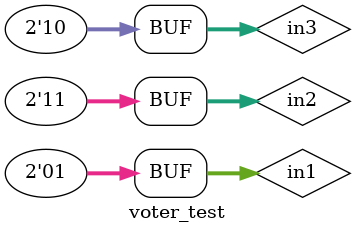
<source format=v>
`timescale 1ns / 1ps


module voter_test;

	// Inputs
	reg [1:0] in1;
	reg [1:0] in2;
	reg [1:0] in3;

	// Outputs
	wire [1:0] out;
	wire error;

	// Instantiate the Unit Under Test (UUT)
	voter uut (
		.in1(in1), 
		.in2(in2), 
		.in3(in3), 
		.out(out), 
		.error(error)
	);

	initial begin
		// Initialize Inputs
		in1 = 0;
		in2 = 0;
		in3 = 0;

		// Wait 100 ns for global reset to finish
		#100;
        
		// Add stimulus here
		in2 = 1;
		in3 = 1;
		#10
		in1 = 1;
		#10 
		in2 = 3;
		#10
		in1 = 3;
		#10
		in3 = 3;
		#10
		in3 = 2;
		#10
		in1 = 1;
	end
      
endmodule
</source>
